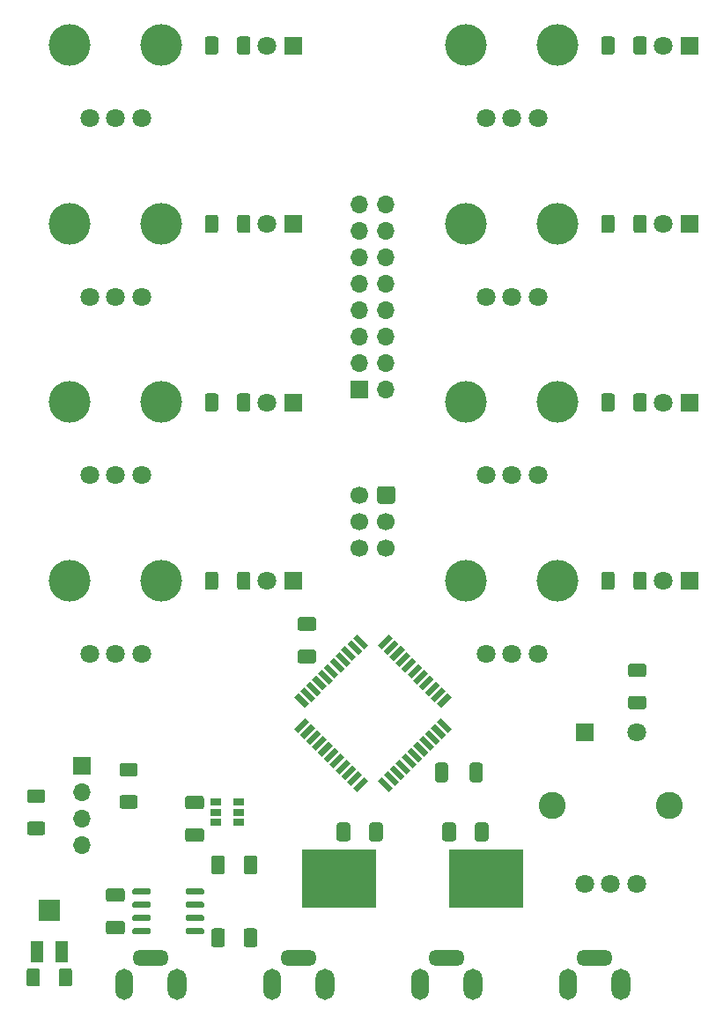
<source format=gbr>
%TF.GenerationSoftware,KiCad,Pcbnew,5.1.9*%
%TF.CreationDate,2021-03-22T22:06:03+01:00*%
%TF.ProjectId,control_voltage_eurorack_module,636f6e74-726f-46c5-9f76-6f6c74616765,rev?*%
%TF.SameCoordinates,Original*%
%TF.FileFunction,Soldermask,Bot*%
%TF.FilePolarity,Negative*%
%FSLAX46Y46*%
G04 Gerber Fmt 4.6, Leading zero omitted, Abs format (unit mm)*
G04 Created by KiCad (PCBNEW 5.1.9) date 2021-03-22 22:06:03*
%MOMM*%
%LPD*%
G01*
G04 APERTURE LIST*
%ADD10R,1.060000X0.650000*%
%ADD11R,1.300000X2.000000*%
%ADD12R,2.000000X2.000000*%
%ADD13C,4.000000*%
%ADD14C,1.800000*%
%ADD15O,1.700000X1.700000*%
%ADD16R,1.700000X1.700000*%
%ADD17R,1.800000X1.800000*%
%ADD18C,1.700000*%
%ADD19O,1.800000X3.000000*%
%ADD20O,1.700000X3.000000*%
%ADD21O,3.500000X1.500000*%
%ADD22C,2.600000*%
%ADD23R,7.175000X5.600000*%
%ADD24C,0.100000*%
G04 APERTURE END LIST*
D10*
%TO.C,U3*%
X37295000Y-98425000D03*
X37295000Y-99375000D03*
X37295000Y-97475000D03*
X35095000Y-97475000D03*
X35095000Y-98425000D03*
X35095000Y-99375000D03*
%TD*%
%TO.C,U1*%
G36*
G01*
X28780000Y-105895000D02*
X28780000Y-106195000D01*
G75*
G02*
X28630000Y-106345000I-150000J0D01*
G01*
X27180000Y-106345000D01*
G75*
G02*
X27030000Y-106195000I0J150000D01*
G01*
X27030000Y-105895000D01*
G75*
G02*
X27180000Y-105745000I150000J0D01*
G01*
X28630000Y-105745000D01*
G75*
G02*
X28780000Y-105895000I0J-150000D01*
G01*
G37*
G36*
G01*
X28780000Y-107165000D02*
X28780000Y-107465000D01*
G75*
G02*
X28630000Y-107615000I-150000J0D01*
G01*
X27180000Y-107615000D01*
G75*
G02*
X27030000Y-107465000I0J150000D01*
G01*
X27030000Y-107165000D01*
G75*
G02*
X27180000Y-107015000I150000J0D01*
G01*
X28630000Y-107015000D01*
G75*
G02*
X28780000Y-107165000I0J-150000D01*
G01*
G37*
G36*
G01*
X28780000Y-108435000D02*
X28780000Y-108735000D01*
G75*
G02*
X28630000Y-108885000I-150000J0D01*
G01*
X27180000Y-108885000D01*
G75*
G02*
X27030000Y-108735000I0J150000D01*
G01*
X27030000Y-108435000D01*
G75*
G02*
X27180000Y-108285000I150000J0D01*
G01*
X28630000Y-108285000D01*
G75*
G02*
X28780000Y-108435000I0J-150000D01*
G01*
G37*
G36*
G01*
X28780000Y-109705000D02*
X28780000Y-110005000D01*
G75*
G02*
X28630000Y-110155000I-150000J0D01*
G01*
X27180000Y-110155000D01*
G75*
G02*
X27030000Y-110005000I0J150000D01*
G01*
X27030000Y-109705000D01*
G75*
G02*
X27180000Y-109555000I150000J0D01*
G01*
X28630000Y-109555000D01*
G75*
G02*
X28780000Y-109705000I0J-150000D01*
G01*
G37*
G36*
G01*
X33930000Y-109705000D02*
X33930000Y-110005000D01*
G75*
G02*
X33780000Y-110155000I-150000J0D01*
G01*
X32330000Y-110155000D01*
G75*
G02*
X32180000Y-110005000I0J150000D01*
G01*
X32180000Y-109705000D01*
G75*
G02*
X32330000Y-109555000I150000J0D01*
G01*
X33780000Y-109555000D01*
G75*
G02*
X33930000Y-109705000I0J-150000D01*
G01*
G37*
G36*
G01*
X33930000Y-108435000D02*
X33930000Y-108735000D01*
G75*
G02*
X33780000Y-108885000I-150000J0D01*
G01*
X32330000Y-108885000D01*
G75*
G02*
X32180000Y-108735000I0J150000D01*
G01*
X32180000Y-108435000D01*
G75*
G02*
X32330000Y-108285000I150000J0D01*
G01*
X33780000Y-108285000D01*
G75*
G02*
X33930000Y-108435000I0J-150000D01*
G01*
G37*
G36*
G01*
X33930000Y-107165000D02*
X33930000Y-107465000D01*
G75*
G02*
X33780000Y-107615000I-150000J0D01*
G01*
X32330000Y-107615000D01*
G75*
G02*
X32180000Y-107465000I0J150000D01*
G01*
X32180000Y-107165000D01*
G75*
G02*
X32330000Y-107015000I150000J0D01*
G01*
X33780000Y-107015000D01*
G75*
G02*
X33930000Y-107165000I0J-150000D01*
G01*
G37*
G36*
G01*
X33930000Y-105895000D02*
X33930000Y-106195000D01*
G75*
G02*
X33780000Y-106345000I-150000J0D01*
G01*
X32330000Y-106345000D01*
G75*
G02*
X32180000Y-106195000I0J150000D01*
G01*
X32180000Y-105895000D01*
G75*
G02*
X32330000Y-105745000I150000J0D01*
G01*
X33780000Y-105745000D01*
G75*
G02*
X33930000Y-105895000I0J-150000D01*
G01*
G37*
%TD*%
D11*
%TO.C,RV10*%
X17900000Y-111855000D03*
D12*
X19050000Y-107855000D03*
D11*
X20200000Y-111855000D03*
%TD*%
D13*
%TO.C,RV8*%
X67940000Y-76185000D03*
X59140000Y-76185000D03*
D14*
X66040000Y-83185000D03*
X63540000Y-83185000D03*
X61040000Y-83185000D03*
%TD*%
D13*
%TO.C,RV7*%
X67940000Y-59040000D03*
X59140000Y-59040000D03*
D14*
X66040000Y-66040000D03*
X63540000Y-66040000D03*
X61040000Y-66040000D03*
%TD*%
D13*
%TO.C,RV6*%
X67940000Y-41895000D03*
X59140000Y-41895000D03*
D14*
X66040000Y-48895000D03*
X63540000Y-48895000D03*
X61040000Y-48895000D03*
%TD*%
D13*
%TO.C,RV5*%
X67940000Y-24750000D03*
X59140000Y-24750000D03*
D14*
X66040000Y-31750000D03*
X63540000Y-31750000D03*
X61040000Y-31750000D03*
%TD*%
D13*
%TO.C,RV4*%
X29840000Y-76185000D03*
X21040000Y-76185000D03*
D14*
X27940000Y-83185000D03*
X25440000Y-83185000D03*
X22940000Y-83185000D03*
%TD*%
D13*
%TO.C,RV3*%
X29840000Y-59040000D03*
X21040000Y-59040000D03*
D14*
X27940000Y-66040000D03*
X25440000Y-66040000D03*
X22940000Y-66040000D03*
%TD*%
D13*
%TO.C,RV2*%
X29840000Y-41895000D03*
X21040000Y-41895000D03*
D14*
X27940000Y-48895000D03*
X25440000Y-48895000D03*
X22940000Y-48895000D03*
%TD*%
D13*
%TO.C,RV1*%
X29840000Y-24750000D03*
X21040000Y-24750000D03*
D14*
X27940000Y-31750000D03*
X25440000Y-31750000D03*
X22940000Y-31750000D03*
%TD*%
%TO.C,R5*%
G36*
G01*
X73395000Y-24140000D02*
X73395000Y-25390000D01*
G75*
G02*
X73145000Y-25640000I-250000J0D01*
G01*
X72345000Y-25640000D01*
G75*
G02*
X72095000Y-25390000I0J250000D01*
G01*
X72095000Y-24140000D01*
G75*
G02*
X72345000Y-23890000I250000J0D01*
G01*
X73145000Y-23890000D01*
G75*
G02*
X73395000Y-24140000I0J-250000D01*
G01*
G37*
G36*
G01*
X76495000Y-24140000D02*
X76495000Y-25390000D01*
G75*
G02*
X76245000Y-25640000I-250000J0D01*
G01*
X75445000Y-25640000D01*
G75*
G02*
X75195000Y-25390000I0J250000D01*
G01*
X75195000Y-24140000D01*
G75*
G02*
X75445000Y-23890000I250000J0D01*
G01*
X76245000Y-23890000D01*
G75*
G02*
X76495000Y-24140000I0J-250000D01*
G01*
G37*
%TD*%
%TO.C,R4*%
G36*
G01*
X35295000Y-75575000D02*
X35295000Y-76825000D01*
G75*
G02*
X35045000Y-77075000I-250000J0D01*
G01*
X34245000Y-77075000D01*
G75*
G02*
X33995000Y-76825000I0J250000D01*
G01*
X33995000Y-75575000D01*
G75*
G02*
X34245000Y-75325000I250000J0D01*
G01*
X35045000Y-75325000D01*
G75*
G02*
X35295000Y-75575000I0J-250000D01*
G01*
G37*
G36*
G01*
X38395000Y-75575000D02*
X38395000Y-76825000D01*
G75*
G02*
X38145000Y-77075000I-250000J0D01*
G01*
X37345000Y-77075000D01*
G75*
G02*
X37095000Y-76825000I0J250000D01*
G01*
X37095000Y-75575000D01*
G75*
G02*
X37345000Y-75325000I250000J0D01*
G01*
X38145000Y-75325000D01*
G75*
G02*
X38395000Y-75575000I0J-250000D01*
G01*
G37*
%TD*%
%TO.C,R3*%
G36*
G01*
X35295000Y-58430000D02*
X35295000Y-59680000D01*
G75*
G02*
X35045000Y-59930000I-250000J0D01*
G01*
X34245000Y-59930000D01*
G75*
G02*
X33995000Y-59680000I0J250000D01*
G01*
X33995000Y-58430000D01*
G75*
G02*
X34245000Y-58180000I250000J0D01*
G01*
X35045000Y-58180000D01*
G75*
G02*
X35295000Y-58430000I0J-250000D01*
G01*
G37*
G36*
G01*
X38395000Y-58430000D02*
X38395000Y-59680000D01*
G75*
G02*
X38145000Y-59930000I-250000J0D01*
G01*
X37345000Y-59930000D01*
G75*
G02*
X37095000Y-59680000I0J250000D01*
G01*
X37095000Y-58430000D01*
G75*
G02*
X37345000Y-58180000I250000J0D01*
G01*
X38145000Y-58180000D01*
G75*
G02*
X38395000Y-58430000I0J-250000D01*
G01*
G37*
%TD*%
%TO.C,R2*%
G36*
G01*
X35295000Y-41285000D02*
X35295000Y-42535000D01*
G75*
G02*
X35045000Y-42785000I-250000J0D01*
G01*
X34245000Y-42785000D01*
G75*
G02*
X33995000Y-42535000I0J250000D01*
G01*
X33995000Y-41285000D01*
G75*
G02*
X34245000Y-41035000I250000J0D01*
G01*
X35045000Y-41035000D01*
G75*
G02*
X35295000Y-41285000I0J-250000D01*
G01*
G37*
G36*
G01*
X38395000Y-41285000D02*
X38395000Y-42535000D01*
G75*
G02*
X38145000Y-42785000I-250000J0D01*
G01*
X37345000Y-42785000D01*
G75*
G02*
X37095000Y-42535000I0J250000D01*
G01*
X37095000Y-41285000D01*
G75*
G02*
X37345000Y-41035000I250000J0D01*
G01*
X38145000Y-41035000D01*
G75*
G02*
X38395000Y-41285000I0J-250000D01*
G01*
G37*
%TD*%
%TO.C,R1*%
G36*
G01*
X35295000Y-24140000D02*
X35295000Y-25390000D01*
G75*
G02*
X35045000Y-25640000I-250000J0D01*
G01*
X34245000Y-25640000D01*
G75*
G02*
X33995000Y-25390000I0J250000D01*
G01*
X33995000Y-24140000D01*
G75*
G02*
X34245000Y-23890000I250000J0D01*
G01*
X35045000Y-23890000D01*
G75*
G02*
X35295000Y-24140000I0J-250000D01*
G01*
G37*
G36*
G01*
X38395000Y-24140000D02*
X38395000Y-25390000D01*
G75*
G02*
X38145000Y-25640000I-250000J0D01*
G01*
X37345000Y-25640000D01*
G75*
G02*
X37095000Y-25390000I0J250000D01*
G01*
X37095000Y-24140000D01*
G75*
G02*
X37345000Y-23890000I250000J0D01*
G01*
X38145000Y-23890000D01*
G75*
G02*
X38395000Y-24140000I0J-250000D01*
G01*
G37*
%TD*%
%TO.C,L1*%
G36*
G01*
X59470000Y-95315000D02*
X59470000Y-93915000D01*
G75*
G02*
X59720000Y-93665000I250000J0D01*
G01*
X60445000Y-93665000D01*
G75*
G02*
X60695000Y-93915000I0J-250000D01*
G01*
X60695000Y-95315000D01*
G75*
G02*
X60445000Y-95565000I-250000J0D01*
G01*
X59720000Y-95565000D01*
G75*
G02*
X59470000Y-95315000I0J250000D01*
G01*
G37*
G36*
G01*
X56145000Y-95315000D02*
X56145000Y-93915000D01*
G75*
G02*
X56395000Y-93665000I250000J0D01*
G01*
X57120000Y-93665000D01*
G75*
G02*
X57370000Y-93915000I0J-250000D01*
G01*
X57370000Y-95315000D01*
G75*
G02*
X57120000Y-95565000I-250000J0D01*
G01*
X56395000Y-95565000D01*
G75*
G02*
X56145000Y-95315000I0J250000D01*
G01*
G37*
%TD*%
D15*
%TO.C,J4*%
X22225000Y-101600000D03*
X22225000Y-99060000D03*
X22225000Y-96520000D03*
D16*
X22225000Y-93980000D03*
%TD*%
D15*
%TO.C,J1*%
X51435000Y-40005000D03*
X48895000Y-40005000D03*
X51435000Y-42545000D03*
X48895000Y-42545000D03*
X51435000Y-45085000D03*
X48895000Y-45085000D03*
X51435000Y-47625000D03*
X48895000Y-47625000D03*
X51435000Y-50165000D03*
X48895000Y-50165000D03*
X51435000Y-52705000D03*
X48895000Y-52705000D03*
X51435000Y-55245000D03*
X48895000Y-55245000D03*
X51435000Y-57785000D03*
D16*
X48895000Y-57785000D03*
%TD*%
%TO.C,C7*%
G36*
G01*
X37730000Y-111140001D02*
X37730000Y-109839999D01*
G75*
G02*
X37979999Y-109590000I249999J0D01*
G01*
X38805001Y-109590000D01*
G75*
G02*
X39055000Y-109839999I0J-249999D01*
G01*
X39055000Y-111140001D01*
G75*
G02*
X38805001Y-111390000I-249999J0D01*
G01*
X37979999Y-111390000D01*
G75*
G02*
X37730000Y-111140001I0J249999D01*
G01*
G37*
G36*
G01*
X34605000Y-111140001D02*
X34605000Y-109839999D01*
G75*
G02*
X34854999Y-109590000I249999J0D01*
G01*
X35680001Y-109590000D01*
G75*
G02*
X35930000Y-109839999I0J-249999D01*
G01*
X35930000Y-111140001D01*
G75*
G02*
X35680001Y-111390000I-249999J0D01*
G01*
X34854999Y-111390000D01*
G75*
G02*
X34605000Y-111140001I0J249999D01*
G01*
G37*
%TD*%
%TO.C,C5*%
G36*
G01*
X32369999Y-99960000D02*
X33670001Y-99960000D01*
G75*
G02*
X33920000Y-100209999I0J-249999D01*
G01*
X33920000Y-101035001D01*
G75*
G02*
X33670001Y-101285000I-249999J0D01*
G01*
X32369999Y-101285000D01*
G75*
G02*
X32120000Y-101035001I0J249999D01*
G01*
X32120000Y-100209999D01*
G75*
G02*
X32369999Y-99960000I249999J0D01*
G01*
G37*
G36*
G01*
X32369999Y-96835000D02*
X33670001Y-96835000D01*
G75*
G02*
X33920000Y-97084999I0J-249999D01*
G01*
X33920000Y-97910001D01*
G75*
G02*
X33670001Y-98160000I-249999J0D01*
G01*
X32369999Y-98160000D01*
G75*
G02*
X32120000Y-97910001I0J249999D01*
G01*
X32120000Y-97084999D01*
G75*
G02*
X32369999Y-96835000I249999J0D01*
G01*
G37*
%TD*%
%TO.C,C4*%
G36*
G01*
X43164999Y-82815000D02*
X44465001Y-82815000D01*
G75*
G02*
X44715000Y-83064999I0J-249999D01*
G01*
X44715000Y-83890001D01*
G75*
G02*
X44465001Y-84140000I-249999J0D01*
G01*
X43164999Y-84140000D01*
G75*
G02*
X42915000Y-83890001I0J249999D01*
G01*
X42915000Y-83064999D01*
G75*
G02*
X43164999Y-82815000I249999J0D01*
G01*
G37*
G36*
G01*
X43164999Y-79690000D02*
X44465001Y-79690000D01*
G75*
G02*
X44715000Y-79939999I0J-249999D01*
G01*
X44715000Y-80765001D01*
G75*
G02*
X44465001Y-81015000I-249999J0D01*
G01*
X43164999Y-81015000D01*
G75*
G02*
X42915000Y-80765001I0J249999D01*
G01*
X42915000Y-79939999D01*
G75*
G02*
X43164999Y-79690000I249999J0D01*
G01*
G37*
%TD*%
%TO.C,C3*%
G36*
G01*
X24749999Y-108850000D02*
X26050001Y-108850000D01*
G75*
G02*
X26300000Y-109099999I0J-249999D01*
G01*
X26300000Y-109925001D01*
G75*
G02*
X26050001Y-110175000I-249999J0D01*
G01*
X24749999Y-110175000D01*
G75*
G02*
X24500000Y-109925001I0J249999D01*
G01*
X24500000Y-109099999D01*
G75*
G02*
X24749999Y-108850000I249999J0D01*
G01*
G37*
G36*
G01*
X24749999Y-105725000D02*
X26050001Y-105725000D01*
G75*
G02*
X26300000Y-105974999I0J-249999D01*
G01*
X26300000Y-106800001D01*
G75*
G02*
X26050001Y-107050000I-249999J0D01*
G01*
X24749999Y-107050000D01*
G75*
G02*
X24500000Y-106800001I0J249999D01*
G01*
X24500000Y-105974999D01*
G75*
G02*
X24749999Y-105725000I249999J0D01*
G01*
G37*
%TD*%
%TO.C,C2*%
G36*
G01*
X59955000Y-100980001D02*
X59955000Y-99679999D01*
G75*
G02*
X60204999Y-99430000I249999J0D01*
G01*
X61030001Y-99430000D01*
G75*
G02*
X61280000Y-99679999I0J-249999D01*
G01*
X61280000Y-100980001D01*
G75*
G02*
X61030001Y-101230000I-249999J0D01*
G01*
X60204999Y-101230000D01*
G75*
G02*
X59955000Y-100980001I0J249999D01*
G01*
G37*
G36*
G01*
X56830000Y-100980001D02*
X56830000Y-99679999D01*
G75*
G02*
X57079999Y-99430000I249999J0D01*
G01*
X57905001Y-99430000D01*
G75*
G02*
X58155000Y-99679999I0J-249999D01*
G01*
X58155000Y-100980001D01*
G75*
G02*
X57905001Y-101230000I-249999J0D01*
G01*
X57079999Y-101230000D01*
G75*
G02*
X56830000Y-100980001I0J249999D01*
G01*
G37*
%TD*%
%TO.C,C1*%
G36*
G01*
X47995000Y-99679999D02*
X47995000Y-100980001D01*
G75*
G02*
X47745001Y-101230000I-249999J0D01*
G01*
X46919999Y-101230000D01*
G75*
G02*
X46670000Y-100980001I0J249999D01*
G01*
X46670000Y-99679999D01*
G75*
G02*
X46919999Y-99430000I249999J0D01*
G01*
X47745001Y-99430000D01*
G75*
G02*
X47995000Y-99679999I0J-249999D01*
G01*
G37*
G36*
G01*
X51120000Y-99679999D02*
X51120000Y-100980001D01*
G75*
G02*
X50870001Y-101230000I-249999J0D01*
G01*
X50044999Y-101230000D01*
G75*
G02*
X49795000Y-100980001I0J249999D01*
G01*
X49795000Y-99679999D01*
G75*
G02*
X50044999Y-99430000I249999J0D01*
G01*
X50870001Y-99430000D01*
G75*
G02*
X51120000Y-99679999I0J-249999D01*
G01*
G37*
%TD*%
D14*
%TO.C,D1*%
X40005000Y-24765000D03*
D17*
X42545000Y-24765000D03*
%TD*%
D14*
%TO.C,D2*%
X40005000Y-41910000D03*
D17*
X42545000Y-41910000D03*
%TD*%
D14*
%TO.C,D3*%
X40005000Y-59055000D03*
D17*
X42545000Y-59055000D03*
%TD*%
D14*
%TO.C,D4*%
X40005000Y-76200000D03*
D17*
X42545000Y-76200000D03*
%TD*%
D14*
%TO.C,D5*%
X78105000Y-24765000D03*
D17*
X80645000Y-24765000D03*
%TD*%
D14*
%TO.C,D6*%
X78105000Y-41910000D03*
D17*
X80645000Y-41910000D03*
%TD*%
D14*
%TO.C,D7*%
X78105000Y-59055000D03*
D17*
X80645000Y-59055000D03*
%TD*%
D14*
%TO.C,D8*%
X78105000Y-76200000D03*
D17*
X80645000Y-76200000D03*
%TD*%
%TO.C,R6*%
G36*
G01*
X73395000Y-41285000D02*
X73395000Y-42535000D01*
G75*
G02*
X73145000Y-42785000I-250000J0D01*
G01*
X72345000Y-42785000D01*
G75*
G02*
X72095000Y-42535000I0J250000D01*
G01*
X72095000Y-41285000D01*
G75*
G02*
X72345000Y-41035000I250000J0D01*
G01*
X73145000Y-41035000D01*
G75*
G02*
X73395000Y-41285000I0J-250000D01*
G01*
G37*
G36*
G01*
X76495000Y-41285000D02*
X76495000Y-42535000D01*
G75*
G02*
X76245000Y-42785000I-250000J0D01*
G01*
X75445000Y-42785000D01*
G75*
G02*
X75195000Y-42535000I0J250000D01*
G01*
X75195000Y-41285000D01*
G75*
G02*
X75445000Y-41035000I250000J0D01*
G01*
X76245000Y-41035000D01*
G75*
G02*
X76495000Y-41285000I0J-250000D01*
G01*
G37*
%TD*%
%TO.C,R7*%
G36*
G01*
X73395000Y-58430000D02*
X73395000Y-59680000D01*
G75*
G02*
X73145000Y-59930000I-250000J0D01*
G01*
X72345000Y-59930000D01*
G75*
G02*
X72095000Y-59680000I0J250000D01*
G01*
X72095000Y-58430000D01*
G75*
G02*
X72345000Y-58180000I250000J0D01*
G01*
X73145000Y-58180000D01*
G75*
G02*
X73395000Y-58430000I0J-250000D01*
G01*
G37*
G36*
G01*
X76495000Y-58430000D02*
X76495000Y-59680000D01*
G75*
G02*
X76245000Y-59930000I-250000J0D01*
G01*
X75445000Y-59930000D01*
G75*
G02*
X75195000Y-59680000I0J250000D01*
G01*
X75195000Y-58430000D01*
G75*
G02*
X75445000Y-58180000I250000J0D01*
G01*
X76245000Y-58180000D01*
G75*
G02*
X76495000Y-58430000I0J-250000D01*
G01*
G37*
%TD*%
%TO.C,R8*%
G36*
G01*
X73395000Y-75575000D02*
X73395000Y-76825000D01*
G75*
G02*
X73145000Y-77075000I-250000J0D01*
G01*
X72345000Y-77075000D01*
G75*
G02*
X72095000Y-76825000I0J250000D01*
G01*
X72095000Y-75575000D01*
G75*
G02*
X72345000Y-75325000I250000J0D01*
G01*
X73145000Y-75325000D01*
G75*
G02*
X73395000Y-75575000I0J-250000D01*
G01*
G37*
G36*
G01*
X76495000Y-75575000D02*
X76495000Y-76825000D01*
G75*
G02*
X76245000Y-77075000I-250000J0D01*
G01*
X75445000Y-77075000D01*
G75*
G02*
X75195000Y-76825000I0J250000D01*
G01*
X75195000Y-75575000D01*
G75*
G02*
X75445000Y-75325000I250000J0D01*
G01*
X76245000Y-75325000D01*
G75*
G02*
X76495000Y-75575000I0J-250000D01*
G01*
G37*
%TD*%
%TO.C,R9*%
G36*
G01*
X18405000Y-97525000D02*
X17155000Y-97525000D01*
G75*
G02*
X16905000Y-97275000I0J250000D01*
G01*
X16905000Y-96475000D01*
G75*
G02*
X17155000Y-96225000I250000J0D01*
G01*
X18405000Y-96225000D01*
G75*
G02*
X18655000Y-96475000I0J-250000D01*
G01*
X18655000Y-97275000D01*
G75*
G02*
X18405000Y-97525000I-250000J0D01*
G01*
G37*
G36*
G01*
X18405000Y-100625000D02*
X17155000Y-100625000D01*
G75*
G02*
X16905000Y-100375000I0J250000D01*
G01*
X16905000Y-99575000D01*
G75*
G02*
X17155000Y-99325000I250000J0D01*
G01*
X18405000Y-99325000D01*
G75*
G02*
X18655000Y-99575000I0J-250000D01*
G01*
X18655000Y-100375000D01*
G75*
G02*
X18405000Y-100625000I-250000J0D01*
G01*
G37*
%TD*%
%TO.C,R10*%
G36*
G01*
X26045000Y-96785000D02*
X27295000Y-96785000D01*
G75*
G02*
X27545000Y-97035000I0J-250000D01*
G01*
X27545000Y-97835000D01*
G75*
G02*
X27295000Y-98085000I-250000J0D01*
G01*
X26045000Y-98085000D01*
G75*
G02*
X25795000Y-97835000I0J250000D01*
G01*
X25795000Y-97035000D01*
G75*
G02*
X26045000Y-96785000I250000J0D01*
G01*
G37*
G36*
G01*
X26045000Y-93685000D02*
X27295000Y-93685000D01*
G75*
G02*
X27545000Y-93935000I0J-250000D01*
G01*
X27545000Y-94735000D01*
G75*
G02*
X27295000Y-94985000I-250000J0D01*
G01*
X26045000Y-94985000D01*
G75*
G02*
X25795000Y-94735000I0J250000D01*
G01*
X25795000Y-93935000D01*
G75*
G02*
X26045000Y-93685000I250000J0D01*
G01*
G37*
%TD*%
%TO.C,R11*%
G36*
G01*
X19950000Y-114925000D02*
X19950000Y-113675000D01*
G75*
G02*
X20200000Y-113425000I250000J0D01*
G01*
X21000000Y-113425000D01*
G75*
G02*
X21250000Y-113675000I0J-250000D01*
G01*
X21250000Y-114925000D01*
G75*
G02*
X21000000Y-115175000I-250000J0D01*
G01*
X20200000Y-115175000D01*
G75*
G02*
X19950000Y-114925000I0J250000D01*
G01*
G37*
G36*
G01*
X16850000Y-114925000D02*
X16850000Y-113675000D01*
G75*
G02*
X17100000Y-113425000I250000J0D01*
G01*
X17900000Y-113425000D01*
G75*
G02*
X18150000Y-113675000I0J-250000D01*
G01*
X18150000Y-114925000D01*
G75*
G02*
X17900000Y-115175000I-250000J0D01*
G01*
X17100000Y-115175000D01*
G75*
G02*
X16850000Y-114925000I0J250000D01*
G01*
G37*
%TD*%
%TO.C,R12*%
G36*
G01*
X74940000Y-87260000D02*
X76190000Y-87260000D01*
G75*
G02*
X76440000Y-87510000I0J-250000D01*
G01*
X76440000Y-88310000D01*
G75*
G02*
X76190000Y-88560000I-250000J0D01*
G01*
X74940000Y-88560000D01*
G75*
G02*
X74690000Y-88310000I0J250000D01*
G01*
X74690000Y-87510000D01*
G75*
G02*
X74940000Y-87260000I250000J0D01*
G01*
G37*
G36*
G01*
X74940000Y-84160000D02*
X76190000Y-84160000D01*
G75*
G02*
X76440000Y-84410000I0J-250000D01*
G01*
X76440000Y-85210000D01*
G75*
G02*
X76190000Y-85460000I-250000J0D01*
G01*
X74940000Y-85460000D01*
G75*
G02*
X74690000Y-85210000I0J250000D01*
G01*
X74690000Y-84410000D01*
G75*
G02*
X74940000Y-84160000I250000J0D01*
G01*
G37*
%TD*%
D18*
%TO.C,J2*%
X48895000Y-73025000D03*
X48895000Y-70485000D03*
X48895000Y-67945000D03*
X51435000Y-73025000D03*
X51435000Y-70485000D03*
G36*
G01*
X52285000Y-67345000D02*
X52285000Y-68545000D01*
G75*
G02*
X52035000Y-68795000I-250000J0D01*
G01*
X50835000Y-68795000D01*
G75*
G02*
X50585000Y-68545000I0J250000D01*
G01*
X50585000Y-67345000D01*
G75*
G02*
X50835000Y-67095000I250000J0D01*
G01*
X52035000Y-67095000D01*
G75*
G02*
X52285000Y-67345000I0J-250000D01*
G01*
G37*
%TD*%
D19*
%TO.C,J5*%
X74041000Y-114935000D03*
D20*
X68961000Y-114935000D03*
D21*
X71501000Y-112395000D03*
%TD*%
D19*
%TO.C,J7*%
X31369000Y-114935000D03*
D20*
X26289000Y-114935000D03*
D21*
X28829000Y-112395000D03*
%TD*%
D19*
%TO.C,J6*%
X59817000Y-114935000D03*
D20*
X54737000Y-114935000D03*
D21*
X57277000Y-112395000D03*
%TD*%
D19*
%TO.C,J3*%
X45593000Y-114935000D03*
D20*
X40513000Y-114935000D03*
D21*
X43053000Y-112395000D03*
%TD*%
D14*
%TO.C,SW1*%
X75525000Y-105290000D03*
X73025000Y-105290000D03*
X70525000Y-105290000D03*
X75525000Y-90790000D03*
D17*
X70525000Y-90790000D03*
D22*
X78625000Y-97790000D03*
X67425000Y-97790000D03*
%TD*%
D23*
%TO.C,Y1*%
X61062500Y-104775000D03*
X46887500Y-104775000D03*
%TD*%
%TO.C,C8*%
G36*
G01*
X35930000Y-102854999D02*
X35930000Y-104155001D01*
G75*
G02*
X35680001Y-104405000I-249999J0D01*
G01*
X34854999Y-104405000D01*
G75*
G02*
X34605000Y-104155001I0J249999D01*
G01*
X34605000Y-102854999D01*
G75*
G02*
X34854999Y-102605000I249999J0D01*
G01*
X35680001Y-102605000D01*
G75*
G02*
X35930000Y-102854999I0J-249999D01*
G01*
G37*
G36*
G01*
X39055000Y-102854999D02*
X39055000Y-104155001D01*
G75*
G02*
X38805001Y-104405000I-249999J0D01*
G01*
X37979999Y-104405000D01*
G75*
G02*
X37730000Y-104155001I0J249999D01*
G01*
X37730000Y-102854999D01*
G75*
G02*
X37979999Y-102605000I249999J0D01*
G01*
X38805001Y-102605000D01*
G75*
G02*
X39055000Y-102854999I0J-249999D01*
G01*
G37*
%TD*%
D24*
%TO.C,U2*%
G36*
X56688060Y-88422702D02*
G01*
X56299152Y-88033794D01*
X57359812Y-86973134D01*
X57748720Y-87362042D01*
X56688060Y-88422702D01*
G37*
G36*
X56122374Y-87857017D02*
G01*
X55733466Y-87468109D01*
X56794126Y-86407449D01*
X57183034Y-86796357D01*
X56122374Y-87857017D01*
G37*
G36*
X55556689Y-87291332D02*
G01*
X55167781Y-86902424D01*
X56228441Y-85841764D01*
X56617349Y-86230672D01*
X55556689Y-87291332D01*
G37*
G36*
X54991004Y-86725646D02*
G01*
X54602096Y-86336738D01*
X55662756Y-85276078D01*
X56051664Y-85664986D01*
X54991004Y-86725646D01*
G37*
G36*
X54425318Y-86159961D02*
G01*
X54036410Y-85771053D01*
X55097070Y-84710393D01*
X55485978Y-85099301D01*
X54425318Y-86159961D01*
G37*
G36*
X53859633Y-85594275D02*
G01*
X53470725Y-85205367D01*
X54531385Y-84144707D01*
X54920293Y-84533615D01*
X53859633Y-85594275D01*
G37*
G36*
X53293947Y-85028590D02*
G01*
X52905039Y-84639682D01*
X53965699Y-83579022D01*
X54354607Y-83967930D01*
X53293947Y-85028590D01*
G37*
G36*
X52728262Y-84462904D02*
G01*
X52339354Y-84073996D01*
X53400014Y-83013336D01*
X53788922Y-83402244D01*
X52728262Y-84462904D01*
G37*
G36*
X52162576Y-83897219D02*
G01*
X51773668Y-83508311D01*
X52834328Y-82447651D01*
X53223236Y-82836559D01*
X52162576Y-83897219D01*
G37*
G36*
X51596891Y-83331534D02*
G01*
X51207983Y-82942626D01*
X52268643Y-81881966D01*
X52657551Y-82270874D01*
X51596891Y-83331534D01*
G37*
G36*
X51031206Y-82765848D02*
G01*
X50642298Y-82376940D01*
X51702958Y-81316280D01*
X52091866Y-81705188D01*
X51031206Y-82765848D01*
G37*
G36*
X49687702Y-82376940D02*
G01*
X49298794Y-82765848D01*
X48238134Y-81705188D01*
X48627042Y-81316280D01*
X49687702Y-82376940D01*
G37*
G36*
X49122017Y-82942626D02*
G01*
X48733109Y-83331534D01*
X47672449Y-82270874D01*
X48061357Y-81881966D01*
X49122017Y-82942626D01*
G37*
G36*
X48556332Y-83508311D02*
G01*
X48167424Y-83897219D01*
X47106764Y-82836559D01*
X47495672Y-82447651D01*
X48556332Y-83508311D01*
G37*
G36*
X47990646Y-84073996D02*
G01*
X47601738Y-84462904D01*
X46541078Y-83402244D01*
X46929986Y-83013336D01*
X47990646Y-84073996D01*
G37*
G36*
X47424961Y-84639682D02*
G01*
X47036053Y-85028590D01*
X45975393Y-83967930D01*
X46364301Y-83579022D01*
X47424961Y-84639682D01*
G37*
G36*
X46859275Y-85205367D02*
G01*
X46470367Y-85594275D01*
X45409707Y-84533615D01*
X45798615Y-84144707D01*
X46859275Y-85205367D01*
G37*
G36*
X46293590Y-85771053D02*
G01*
X45904682Y-86159961D01*
X44844022Y-85099301D01*
X45232930Y-84710393D01*
X46293590Y-85771053D01*
G37*
G36*
X45727904Y-86336738D02*
G01*
X45338996Y-86725646D01*
X44278336Y-85664986D01*
X44667244Y-85276078D01*
X45727904Y-86336738D01*
G37*
G36*
X45162219Y-86902424D02*
G01*
X44773311Y-87291332D01*
X43712651Y-86230672D01*
X44101559Y-85841764D01*
X45162219Y-86902424D01*
G37*
G36*
X44596534Y-87468109D02*
G01*
X44207626Y-87857017D01*
X43146966Y-86796357D01*
X43535874Y-86407449D01*
X44596534Y-87468109D01*
G37*
G36*
X44030848Y-88033794D02*
G01*
X43641940Y-88422702D01*
X42581280Y-87362042D01*
X42970188Y-86973134D01*
X44030848Y-88033794D01*
G37*
G36*
X42970188Y-90826866D02*
G01*
X42581280Y-90437958D01*
X43641940Y-89377298D01*
X44030848Y-89766206D01*
X42970188Y-90826866D01*
G37*
G36*
X43535874Y-91392551D02*
G01*
X43146966Y-91003643D01*
X44207626Y-89942983D01*
X44596534Y-90331891D01*
X43535874Y-91392551D01*
G37*
G36*
X44101559Y-91958236D02*
G01*
X43712651Y-91569328D01*
X44773311Y-90508668D01*
X45162219Y-90897576D01*
X44101559Y-91958236D01*
G37*
G36*
X44667244Y-92523922D02*
G01*
X44278336Y-92135014D01*
X45338996Y-91074354D01*
X45727904Y-91463262D01*
X44667244Y-92523922D01*
G37*
G36*
X45232930Y-93089607D02*
G01*
X44844022Y-92700699D01*
X45904682Y-91640039D01*
X46293590Y-92028947D01*
X45232930Y-93089607D01*
G37*
G36*
X45798615Y-93655293D02*
G01*
X45409707Y-93266385D01*
X46470367Y-92205725D01*
X46859275Y-92594633D01*
X45798615Y-93655293D01*
G37*
G36*
X46364301Y-94220978D02*
G01*
X45975393Y-93832070D01*
X47036053Y-92771410D01*
X47424961Y-93160318D01*
X46364301Y-94220978D01*
G37*
G36*
X46929986Y-94786664D02*
G01*
X46541078Y-94397756D01*
X47601738Y-93337096D01*
X47990646Y-93726004D01*
X46929986Y-94786664D01*
G37*
G36*
X47495672Y-95352349D02*
G01*
X47106764Y-94963441D01*
X48167424Y-93902781D01*
X48556332Y-94291689D01*
X47495672Y-95352349D01*
G37*
G36*
X48061357Y-95918034D02*
G01*
X47672449Y-95529126D01*
X48733109Y-94468466D01*
X49122017Y-94857374D01*
X48061357Y-95918034D01*
G37*
G36*
X48627042Y-96483720D02*
G01*
X48238134Y-96094812D01*
X49298794Y-95034152D01*
X49687702Y-95423060D01*
X48627042Y-96483720D01*
G37*
G36*
X52091866Y-96094812D02*
G01*
X51702958Y-96483720D01*
X50642298Y-95423060D01*
X51031206Y-95034152D01*
X52091866Y-96094812D01*
G37*
G36*
X52657551Y-95529126D02*
G01*
X52268643Y-95918034D01*
X51207983Y-94857374D01*
X51596891Y-94468466D01*
X52657551Y-95529126D01*
G37*
G36*
X53223236Y-94963441D02*
G01*
X52834328Y-95352349D01*
X51773668Y-94291689D01*
X52162576Y-93902781D01*
X53223236Y-94963441D01*
G37*
G36*
X53788922Y-94397756D02*
G01*
X53400014Y-94786664D01*
X52339354Y-93726004D01*
X52728262Y-93337096D01*
X53788922Y-94397756D01*
G37*
G36*
X54354607Y-93832070D02*
G01*
X53965699Y-94220978D01*
X52905039Y-93160318D01*
X53293947Y-92771410D01*
X54354607Y-93832070D01*
G37*
G36*
X54920293Y-93266385D02*
G01*
X54531385Y-93655293D01*
X53470725Y-92594633D01*
X53859633Y-92205725D01*
X54920293Y-93266385D01*
G37*
G36*
X55485978Y-92700699D02*
G01*
X55097070Y-93089607D01*
X54036410Y-92028947D01*
X54425318Y-91640039D01*
X55485978Y-92700699D01*
G37*
G36*
X56051664Y-92135014D02*
G01*
X55662756Y-92523922D01*
X54602096Y-91463262D01*
X54991004Y-91074354D01*
X56051664Y-92135014D01*
G37*
G36*
X56617349Y-91569328D02*
G01*
X56228441Y-91958236D01*
X55167781Y-90897576D01*
X55556689Y-90508668D01*
X56617349Y-91569328D01*
G37*
G36*
X57183034Y-91003643D02*
G01*
X56794126Y-91392551D01*
X55733466Y-90331891D01*
X56122374Y-89942983D01*
X57183034Y-91003643D01*
G37*
G36*
X57748720Y-90437958D02*
G01*
X57359812Y-90826866D01*
X56299152Y-89766206D01*
X56688060Y-89377298D01*
X57748720Y-90437958D01*
G37*
%TD*%
M02*

</source>
